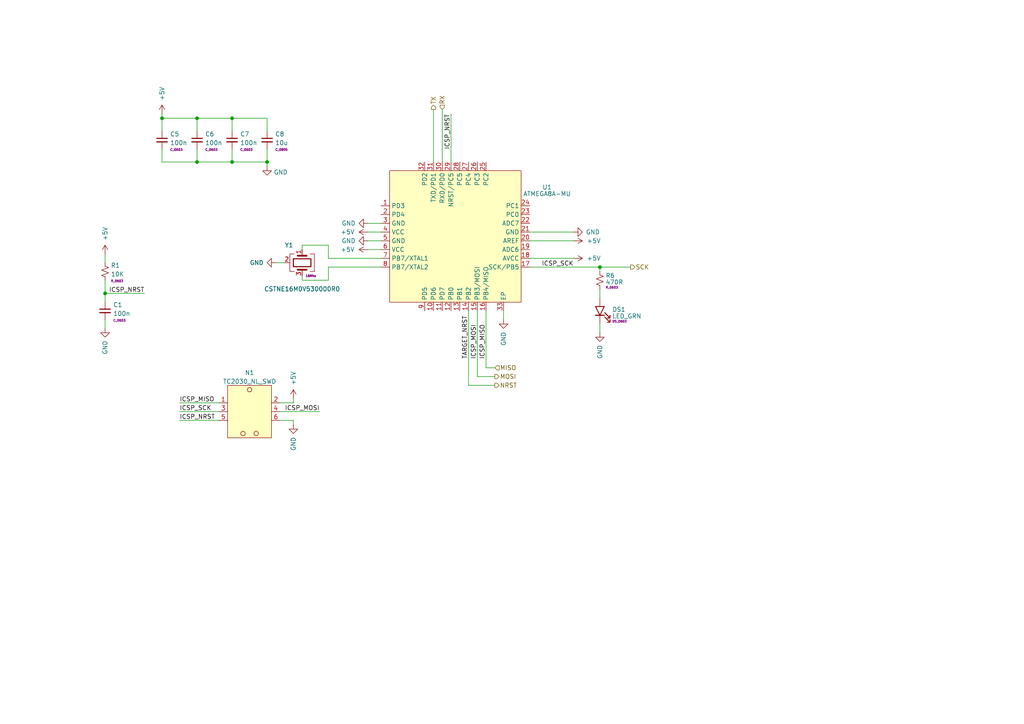
<source format=kicad_sch>
(kicad_sch (version 20230121) (generator eeschema)

  (uuid 282f4b39-25a9-46e6-8eed-ac4dc16e9902)

  (paper "A4")

  (lib_symbols
    (symbol "C_Capacitor:C_0603" (pin_numbers hide) (pin_names (offset 1.016)) (in_bom yes) (on_board yes)
      (property "Reference" "C" (at 3.175 1.905 0)
        (effects (font (size 1.27 1.27)))
      )
      (property "Value" "C_0603" (at 5.715 0 0)
        (effects (font (size 1.27 1.27)))
      )
      (property "Footprint" "C_Capacitor:C_0603" (at -3.175 0 90)
        (effects (font (size 1.27 1.27)) hide)
      )
      (property "Datasheet" "" (at 2.54 2.54 0)
        (effects (font (size 1.27 1.27)) hide)
      )
      (property "Size" "C_0603" (at 4.445 -1.905 0)
        (effects (font (size 0.635 0.635)))
      )
      (symbol "C_0603_1_1"
        (polyline
          (pts
            (xy -1.524 -0.508)
            (xy 1.524 -0.508)
          )
          (stroke (width 0.3302) (type default))
          (fill (type none))
        )
        (polyline
          (pts
            (xy -1.524 0.508)
            (xy 1.524 0.508)
          )
          (stroke (width 0.3048) (type default))
          (fill (type none))
        )
        (pin passive line (at 0 2.54 270) (length 2.032)
          (name "~" (effects (font (size 1.27 1.27))))
          (number "1" (effects (font (size 1.27 1.27))))
        )
        (pin passive line (at 0 -2.54 90) (length 2.032)
          (name "~" (effects (font (size 1.27 1.27))))
          (number "2" (effects (font (size 1.27 1.27))))
        )
      )
    )
    (symbol "C_Capacitor:C_0805" (pin_numbers hide) (pin_names (offset 1.016)) (in_bom yes) (on_board yes)
      (property "Reference" "C" (at 3.175 1.905 0)
        (effects (font (size 1.27 1.27)))
      )
      (property "Value" "C_0805" (at 5.715 0 0)
        (effects (font (size 1.27 1.27)))
      )
      (property "Footprint" "C_Capacitor:C_0805" (at -3.175 0 90)
        (effects (font (size 1.27 1.27)) hide)
      )
      (property "Datasheet" "" (at 2.54 2.54 0)
        (effects (font (size 1.27 1.27)) hide)
      )
      (property "Size" "C_0805" (at 4.445 -1.905 0)
        (effects (font (size 0.635 0.635)))
      )
      (symbol "C_0805_1_1"
        (polyline
          (pts
            (xy -1.524 -0.508)
            (xy 1.524 -0.508)
          )
          (stroke (width 0.3302) (type default))
          (fill (type none))
        )
        (polyline
          (pts
            (xy -1.524 0.508)
            (xy 1.524 0.508)
          )
          (stroke (width 0.3048) (type default))
          (fill (type none))
        )
        (pin passive line (at 0 2.54 270) (length 2.032)
          (name "~" (effects (font (size 1.27 1.27))))
          (number "1" (effects (font (size 1.27 1.27))))
        )
        (pin passive line (at 0 -2.54 90) (length 2.032)
          (name "~" (effects (font (size 1.27 1.27))))
          (number "2" (effects (font (size 1.27 1.27))))
        )
      )
    )
    (symbol "DS_LED:DS_0603" (pin_numbers hide) (pin_names (offset 1.016) hide) (in_bom yes) (on_board yes)
      (property "Reference" "DS" (at 0 2.54 0)
        (effects (font (size 1.27 1.27)))
      )
      (property "Value" "DS_0603" (at 0 -5.08 0)
        (effects (font (size 1.27 1.27)))
      )
      (property "Footprint" "DS_LED:DS_0603" (at 0 -7.62 0)
        (effects (font (size 1.27 1.27)) hide)
      )
      (property "Datasheet" "" (at 0 -6.35 0)
        (effects (font (size 1.27 1.27)) hide)
      )
      (property "Size" "DS_0603" (at 0 -3.81 0)
        (effects (font (size 0.635 0.635)))
      )
      (symbol "DS_0603_1_1"
        (polyline
          (pts
            (xy -1.27 -1.27)
            (xy -1.27 1.27)
          )
          (stroke (width 0.254) (type default))
          (fill (type none))
        )
        (polyline
          (pts
            (xy -1.27 -1.27)
            (xy -1.27 1.27)
          )
          (stroke (width 0.254) (type default))
          (fill (type none))
        )
        (polyline
          (pts
            (xy 1.27 -1.27)
            (xy 1.27 1.27)
            (xy -1.27 0)
            (xy 1.27 -1.27)
          )
          (stroke (width 0.254) (type default))
          (fill (type none))
        )
        (polyline
          (pts
            (xy -1.778 -1.397)
            (xy -3.302 -2.921)
            (xy -2.54 -2.921)
            (xy -3.302 -2.921)
            (xy -3.302 -2.159)
          )
          (stroke (width 0) (type default))
          (fill (type none))
        )
        (polyline
          (pts
            (xy -1.778 -1.397)
            (xy -3.302 -2.921)
            (xy -2.54 -2.921)
            (xy -3.302 -2.921)
            (xy -3.302 -2.159)
          )
          (stroke (width 0) (type default))
          (fill (type none))
        )
        (polyline
          (pts
            (xy -1.778 -1.397)
            (xy -3.302 -2.921)
            (xy -2.54 -2.921)
            (xy -3.302 -2.921)
            (xy -3.302 -2.159)
          )
          (stroke (width 0) (type default))
          (fill (type none))
        )
        (polyline
          (pts
            (xy -1.778 -1.397)
            (xy -3.302 -2.921)
            (xy -2.54 -2.921)
            (xy -3.302 -2.921)
            (xy -3.302 -2.159)
          )
          (stroke (width 0) (type default))
          (fill (type none))
        )
        (polyline
          (pts
            (xy -1.778 -1.397)
            (xy -3.302 -2.921)
            (xy -2.54 -2.921)
            (xy -3.302 -2.921)
            (xy -3.302 -2.159)
          )
          (stroke (width 0) (type default))
          (fill (type none))
        )
        (polyline
          (pts
            (xy -1.778 -1.397)
            (xy -3.302 -2.921)
            (xy -2.54 -2.921)
            (xy -3.302 -2.921)
            (xy -3.302 -2.159)
          )
          (stroke (width 0) (type default))
          (fill (type none))
        )
        (polyline
          (pts
            (xy -1.778 -1.397)
            (xy -3.302 -2.921)
            (xy -2.54 -2.921)
            (xy -3.302 -2.921)
            (xy -3.302 -2.159)
          )
          (stroke (width 0) (type default))
          (fill (type none))
        )
        (polyline
          (pts
            (xy -1.778 -1.397)
            (xy -3.302 -2.921)
            (xy -2.54 -2.921)
            (xy -3.302 -2.921)
            (xy -3.302 -2.159)
          )
          (stroke (width 0) (type default))
          (fill (type none))
        )
        (polyline
          (pts
            (xy -0.508 -1.397)
            (xy -2.032 -2.921)
            (xy -1.27 -2.921)
            (xy -2.032 -2.921)
            (xy -2.032 -2.159)
          )
          (stroke (width 0) (type default))
          (fill (type none))
        )
        (polyline
          (pts
            (xy -0.508 -1.397)
            (xy -2.032 -2.921)
            (xy -1.27 -2.921)
            (xy -2.032 -2.921)
            (xy -2.032 -2.159)
          )
          (stroke (width 0) (type default))
          (fill (type none))
        )
        (polyline
          (pts
            (xy -0.508 -1.397)
            (xy -2.032 -2.921)
            (xy -1.27 -2.921)
            (xy -2.032 -2.921)
            (xy -2.032 -2.159)
          )
          (stroke (width 0) (type default))
          (fill (type none))
        )
        (polyline
          (pts
            (xy -0.508 -1.397)
            (xy -2.032 -2.921)
            (xy -1.27 -2.921)
            (xy -2.032 -2.921)
            (xy -2.032 -2.159)
          )
          (stroke (width 0) (type default))
          (fill (type none))
        )
        (polyline
          (pts
            (xy -0.508 -1.397)
            (xy -2.032 -2.921)
            (xy -1.27 -2.921)
            (xy -2.032 -2.921)
            (xy -2.032 -2.159)
          )
          (stroke (width 0) (type default))
          (fill (type none))
        )
        (polyline
          (pts
            (xy -0.508 -1.397)
            (xy -2.032 -2.921)
            (xy -1.27 -2.921)
            (xy -2.032 -2.921)
            (xy -2.032 -2.159)
          )
          (stroke (width 0) (type default))
          (fill (type none))
        )
        (polyline
          (pts
            (xy -0.508 -1.397)
            (xy -2.032 -2.921)
            (xy -1.27 -2.921)
            (xy -2.032 -2.921)
            (xy -2.032 -2.159)
          )
          (stroke (width 0) (type default))
          (fill (type none))
        )
        (polyline
          (pts
            (xy -0.508 -1.397)
            (xy -2.032 -2.921)
            (xy -1.27 -2.921)
            (xy -2.032 -2.921)
            (xy -2.032 -2.159)
          )
          (stroke (width 0) (type default))
          (fill (type none))
        )
        (pin passive line (at -3.81 0 0) (length 2.54)
          (name "K" (effects (font (size 1.27 1.27))))
          (number "1" (effects (font (size 1.27 1.27))))
        )
        (pin passive line (at 3.81 0 180) (length 2.54)
          (name "A" (effects (font (size 1.27 1.27))))
          (number "2" (effects (font (size 1.27 1.27))))
        )
      )
    )
    (symbol "N_NonPart:TC2030_NL_SWD" (pin_names hide) (in_bom no) (on_board yes)
      (property "Reference" "N?" (at 0 11.269 0)
        (effects (font (size 1.27 1.27)))
      )
      (property "Value" "TC2030_NL_SWD" (at 0 8.7321 0)
        (effects (font (size 1.27 1.27)))
      )
      (property "Footprint" "N_NonPart:TagConnect_2030_NL" (at 0 -11.43 0)
        (effects (font (size 1.27 1.27)) hide)
      )
      (property "Datasheet" "" (at -5.715 0 0)
        (effects (font (size 1.27 1.27)) hide)
      )
      (property "ki_keywords" "Tag-Connect TC2050 SWD UART" (at 0 0 0)
        (effects (font (size 1.27 1.27)) hide)
      )
      (property "ki_description" "Tag-Connect TC2050 SWD + UART" (at 0 0 0)
        (effects (font (size 1.27 1.27)) hide)
      )
      (symbol "TC2030_NL_SWD_0_1"
        (rectangle (start -6.35 7.62) (end 6.35 -7.62)
          (stroke (width 0.1524) (type default))
          (fill (type background))
        )
        (circle (center -1.905 -6.35) (radius 0.635)
          (stroke (width 0.1524) (type default))
          (fill (type none))
        )
        (circle (center 0 6.35) (radius 0.635)
          (stroke (width 0.1524) (type default))
          (fill (type none))
        )
        (circle (center 1.905 -6.35) (radius 0.635)
          (stroke (width 0.1524) (type default))
          (fill (type none))
        )
      )
      (symbol "TC2030_NL_SWD_1_1"
        (pin power_in line (at -8.89 2.54 0) (length 2.54)
          (name "1" (effects (font (size 1.27 1.27))))
          (number "1" (effects (font (size 1.27 1.27))))
        )
        (pin bidirectional line (at 8.89 2.54 180) (length 2.54)
          (name "2" (effects (font (size 1.27 1.27))))
          (number "2" (effects (font (size 1.27 1.27))))
        )
        (pin output line (at -8.89 0 0) (length 2.54)
          (name "3" (effects (font (size 1.27 1.27))))
          (number "3" (effects (font (size 1.27 1.27))))
        )
        (pin bidirectional line (at 8.89 0 180) (length 2.54)
          (name "4" (effects (font (size 1.27 1.27))))
          (number "4" (effects (font (size 1.27 1.27))))
        )
        (pin power_in line (at -8.89 -2.54 0) (length 2.54)
          (name "5" (effects (font (size 1.27 1.27))))
          (number "5" (effects (font (size 1.27 1.27))))
        )
        (pin free line (at 8.89 -2.54 180) (length 2.54)
          (name "6" (effects (font (size 1.27 1.27))))
          (number "6" (effects (font (size 1.27 1.27))))
        )
      )
    )
    (symbol "R_Resistor:R_0603" (pin_numbers hide) (pin_names (offset 1.016)) (in_bom yes) (on_board yes)
      (property "Reference" "R" (at 2.54 1.905 0)
        (effects (font (size 1.27 1.27)))
      )
      (property "Value" "R_0603" (at 5.08 0 0)
        (effects (font (size 1.27 1.27)))
      )
      (property "Footprint" "R_Resistor:R_0603" (at -2.54 0 90)
        (effects (font (size 1.27 1.27)) hide)
      )
      (property "Datasheet" "" (at -2.54 -3.81 0)
        (effects (font (size 1.27 1.27)) hide)
      )
      (property "Size" "R_0603" (at 3.81 -1.905 0)
        (effects (font (size 0.635 0.635)))
      )
      (symbol "R_0603_1_1"
        (polyline
          (pts
            (xy 0 0)
            (xy 1.016 -0.381)
            (xy 0 -0.762)
            (xy -1.016 -1.143)
            (xy 0 -1.524)
          )
          (stroke (width 0) (type default))
          (fill (type none))
        )
        (polyline
          (pts
            (xy 0 1.524)
            (xy 1.016 1.143)
            (xy 0 0.762)
            (xy -1.016 0.381)
            (xy 0 0)
          )
          (stroke (width 0) (type default))
          (fill (type none))
        )
        (pin passive line (at 0 2.54 270) (length 1.016)
          (name "~" (effects (font (size 1.27 1.27))))
          (number "1" (effects (font (size 1.27 1.27))))
        )
        (pin passive line (at 0 -2.54 90) (length 1.016)
          (name "~" (effects (font (size 1.27 1.27))))
          (number "2" (effects (font (size 1.27 1.27))))
        )
      )
    )
    (symbol "U_MCU:ATMEGA8A-MU" (in_bom yes) (on_board yes)
      (property "Reference" "U" (at 1.27 39.37 0)
        (effects (font (size 1.27 1.27)))
      )
      (property "Value" "ATMEGA8A-MU" (at 19.05 17.78 0)
        (effects (font (size 1.27 1.27)))
      )
      (property "Footprint" "U_IC:QFN32_05_5x5_EP" (at 19.05 -15.24 0)
        (effects (font (size 1.27 1.27)) hide)
      )
      (property "Datasheet" "https://ww1.microchip.com/downloads/en/DeviceDoc/ATmega8A-Data-Sheet-DS40001974B.pdf" (at 19.05 -17.78 0)
        (effects (font (size 1.27 1.27)) hide)
      )
      (property "ki_keywords" "IC MCU 8BIT 8KB FLASH 32TQFP" (at 0 0 0)
        (effects (font (size 1.27 1.27)) hide)
      )
      (property "ki_description" "IC MCU 8BIT 8KB FLASH 32TQFP" (at 0 0 0)
        (effects (font (size 1.27 1.27)) hide)
      )
      (symbol "ATMEGA8A-MU_0_1"
        (rectangle (start 0 38.1) (end 38.1 0)
          (stroke (width 0) (type default))
          (fill (type background))
        )
      )
      (symbol "ATMEGA8A-MU_1_1"
        (pin bidirectional line (at -2.54 27.94 0) (length 2.54)
          (name "PD3" (effects (font (size 1.27 1.27))))
          (number "1" (effects (font (size 1.27 1.27))))
        )
        (pin bidirectional line (at 12.7 -2.54 90) (length 2.54)
          (name "PD6" (effects (font (size 1.27 1.27))))
          (number "10" (effects (font (size 1.27 1.27))))
        )
        (pin bidirectional line (at 15.24 -2.54 90) (length 2.54)
          (name "PD7" (effects (font (size 1.27 1.27))))
          (number "11" (effects (font (size 1.27 1.27))))
        )
        (pin bidirectional line (at 17.78 -2.54 90) (length 2.54)
          (name "PB0" (effects (font (size 1.27 1.27))))
          (number "12" (effects (font (size 1.27 1.27))))
        )
        (pin bidirectional line (at 20.32 -2.54 90) (length 2.54)
          (name "PB1" (effects (font (size 1.27 1.27))))
          (number "13" (effects (font (size 1.27 1.27))))
        )
        (pin bidirectional line (at 22.86 -2.54 90) (length 2.54)
          (name "PB2" (effects (font (size 1.27 1.27))))
          (number "14" (effects (font (size 1.27 1.27))))
        )
        (pin bidirectional line (at 25.4 -2.54 90) (length 2.54)
          (name "PB3/MOSI" (effects (font (size 1.27 1.27))))
          (number "15" (effects (font (size 1.27 1.27))))
        )
        (pin bidirectional line (at 27.94 -2.54 90) (length 2.54)
          (name "PB4/MISO" (effects (font (size 1.27 1.27))))
          (number "16" (effects (font (size 1.27 1.27))))
        )
        (pin power_in line (at 40.64 10.16 180) (length 2.54)
          (name "SCK/PB5" (effects (font (size 1.27 1.27))))
          (number "17" (effects (font (size 1.27 1.27))))
        )
        (pin power_in line (at 40.64 12.7 180) (length 2.54)
          (name "AVCC" (effects (font (size 1.27 1.27))))
          (number "18" (effects (font (size 1.27 1.27))))
        )
        (pin input line (at 40.64 15.24 180) (length 2.54)
          (name "ADC6" (effects (font (size 1.27 1.27))))
          (number "19" (effects (font (size 1.27 1.27))))
        )
        (pin bidirectional line (at -2.54 25.4 0) (length 2.54)
          (name "PD4" (effects (font (size 1.27 1.27))))
          (number "2" (effects (font (size 1.27 1.27))))
        )
        (pin input line (at 40.64 17.78 180) (length 2.54)
          (name "AREF" (effects (font (size 1.27 1.27))))
          (number "20" (effects (font (size 1.27 1.27))))
        )
        (pin power_in line (at 40.64 20.32 180) (length 2.54)
          (name "GND" (effects (font (size 1.27 1.27))))
          (number "21" (effects (font (size 1.27 1.27))))
        )
        (pin input line (at 40.64 22.86 180) (length 2.54)
          (name "ADC7" (effects (font (size 1.27 1.27))))
          (number "22" (effects (font (size 1.27 1.27))))
        )
        (pin bidirectional line (at 40.64 25.4 180) (length 2.54)
          (name "PC0" (effects (font (size 1.27 1.27))))
          (number "23" (effects (font (size 1.27 1.27))))
        )
        (pin bidirectional line (at 40.64 27.94 180) (length 2.54)
          (name "PC1" (effects (font (size 1.27 1.27))))
          (number "24" (effects (font (size 1.27 1.27))))
        )
        (pin bidirectional line (at 27.94 40.64 270) (length 2.54)
          (name "PC2" (effects (font (size 1.27 1.27))))
          (number "25" (effects (font (size 1.27 1.27))))
        )
        (pin bidirectional line (at 25.4 40.64 270) (length 2.54)
          (name "PC3" (effects (font (size 1.27 1.27))))
          (number "26" (effects (font (size 1.27 1.27))))
        )
        (pin bidirectional line (at 22.86 40.64 270) (length 2.54)
          (name "PC4" (effects (font (size 1.27 1.27))))
          (number "27" (effects (font (size 1.27 1.27))))
        )
        (pin bidirectional line (at 20.32 40.64 270) (length 2.54)
          (name "PC5" (effects (font (size 1.27 1.27))))
          (number "28" (effects (font (size 1.27 1.27))))
        )
        (pin bidirectional line (at 17.78 40.64 270) (length 2.54)
          (name "NRST/PC5" (effects (font (size 1.27 1.27))))
          (number "29" (effects (font (size 1.27 1.27))))
        )
        (pin power_in line (at -2.54 22.86 0) (length 2.54)
          (name "GND" (effects (font (size 1.27 1.27))))
          (number "3" (effects (font (size 1.27 1.27))))
        )
        (pin bidirectional line (at 15.24 40.64 270) (length 2.54)
          (name "RXD/PD0" (effects (font (size 1.27 1.27))))
          (number "30" (effects (font (size 1.27 1.27))))
        )
        (pin bidirectional line (at 12.7 40.64 270) (length 2.54)
          (name "TXD/PD1" (effects (font (size 1.27 1.27))))
          (number "31" (effects (font (size 1.27 1.27))))
        )
        (pin bidirectional line (at 10.16 40.64 270) (length 2.54)
          (name "PD2" (effects (font (size 1.27 1.27))))
          (number "32" (effects (font (size 1.27 1.27))))
        )
        (pin power_in line (at 33.02 -2.54 90) (length 2.54)
          (name "EP" (effects (font (size 1.27 1.27))))
          (number "33" (effects (font (size 1.27 1.27))))
        )
        (pin power_in line (at -2.54 20.32 0) (length 2.54)
          (name "VCC" (effects (font (size 1.27 1.27))))
          (number "4" (effects (font (size 1.27 1.27))))
        )
        (pin power_in line (at -2.54 17.78 0) (length 2.54)
          (name "GND" (effects (font (size 1.27 1.27))))
          (number "5" (effects (font (size 1.27 1.27))))
        )
        (pin power_in line (at -2.54 15.24 0) (length 2.54)
          (name "VCC" (effects (font (size 1.27 1.27))))
          (number "6" (effects (font (size 1.27 1.27))))
        )
        (pin bidirectional line (at -2.54 12.7 0) (length 2.54)
          (name "PB7/XTAL1" (effects (font (size 1.27 1.27))))
          (number "7" (effects (font (size 1.27 1.27))))
        )
        (pin bidirectional line (at -2.54 10.16 0) (length 2.54)
          (name "PB7/XTAL2" (effects (font (size 1.27 1.27))))
          (number "8" (effects (font (size 1.27 1.27))))
        )
        (pin bidirectional line (at 10.16 -2.54 90) (length 2.54)
          (name "PD5" (effects (font (size 1.27 1.27))))
          (number "9" (effects (font (size 1.27 1.27))))
        )
      )
    )
    (symbol "Y_Oscillator:CSTNE16M0V530000R0" (pin_names hide) (in_bom yes) (on_board yes)
      (property "Reference" "Y" (at -2.54 7.62 0)
        (effects (font (size 1.27 1.27)))
      )
      (property "Value" "CSTNE16M0V530000R0" (at 0 5.08 0)
        (effects (font (size 1.27 1.27)))
      )
      (property "Footprint" "Y_Oscillator:Oscillator_SMD3_3.2x1.3" (at 0 -12.7 0)
        (effects (font (size 1.27 1.27)) hide)
      )
      (property "Datasheet" "https://www.murata.com/en/products/productdata/8801162231838/SPEC-CSTNE16M0V530000R0.pdf" (at 0 -12.7 0)
        (effects (font (size 1.27 1.27)) hide)
      )
      (property "Params" "16Mhz" (at 6.35 3.81 0)
        (effects (font (size 0.63 0.63)))
      )
      (property "ki_keywords" "CERAMIC RES 16.0000MHZ 15PF SMD" (at 0 0 0)
        (effects (font (size 1.27 1.27)) hide)
      )
      (property "ki_description" "CERAMIC RES 16.0000MHZ 15PF SMD" (at 0 0 0)
        (effects (font (size 1.27 1.27)) hide)
      )
      (symbol "CSTNE16M0V530000R0_0_1"
        (rectangle (start -1.143 2.54) (end 1.143 -2.54)
          (stroke (width 0.3048) (type default))
          (fill (type none))
        )
        (polyline
          (pts
            (xy -2.54 0)
            (xy -2.032 0)
          )
          (stroke (width 0) (type default))
          (fill (type none))
        )
        (polyline
          (pts
            (xy -2.032 -1.27)
            (xy -2.032 1.27)
          )
          (stroke (width 0.508) (type default))
          (fill (type none))
        )
        (polyline
          (pts
            (xy 0 -3.81)
            (xy 0 -3.556)
          )
          (stroke (width 0) (type default))
          (fill (type none))
        )
        (polyline
          (pts
            (xy 2.032 -1.27)
            (xy 2.032 1.27)
          )
          (stroke (width 0.508) (type default))
          (fill (type none))
        )
        (polyline
          (pts
            (xy 2.032 0)
            (xy 2.54 0)
          )
          (stroke (width 0) (type default))
          (fill (type none))
        )
        (polyline
          (pts
            (xy -2.54 -2.286)
            (xy -2.54 -3.556)
            (xy 2.54 -3.556)
            (xy 2.54 -2.286)
          )
          (stroke (width 0) (type default))
          (fill (type none))
        )
        (polyline
          (pts
            (xy -2.54 2.286)
            (xy -2.54 3.556)
            (xy 2.54 3.556)
            (xy 2.54 2.286)
          )
          (stroke (width 0) (type default))
          (fill (type none))
        )
      )
      (symbol "CSTNE16M0V530000R0_1_1"
        (pin passive line (at -3.81 0 0) (length 1.27)
          (name "1" (effects (font (size 1.27 1.27))))
          (number "1" (effects (font (size 1.27 1.27))))
        )
        (pin power_in line (at 0 -5.08 90) (length 1.27)
          (name "2" (effects (font (size 1.27 1.27))))
          (number "2" (effects (font (size 1.27 1.27))))
        )
        (pin passive line (at 3.81 0 180) (length 1.27)
          (name "3" (effects (font (size 1.27 1.27))))
          (number "3" (effects (font (size 1.27 1.27))))
        )
      )
    )
    (symbol "power:+5V" (power) (pin_names (offset 0)) (in_bom yes) (on_board yes)
      (property "Reference" "#PWR" (at 0 -3.81 0)
        (effects (font (size 1.27 1.27)) hide)
      )
      (property "Value" "+5V" (at 0 3.556 0)
        (effects (font (size 1.27 1.27)))
      )
      (property "Footprint" "" (at 0 0 0)
        (effects (font (size 1.27 1.27)) hide)
      )
      (property "Datasheet" "" (at 0 0 0)
        (effects (font (size 1.27 1.27)) hide)
      )
      (property "ki_keywords" "power-flag" (at 0 0 0)
        (effects (font (size 1.27 1.27)) hide)
      )
      (property "ki_description" "Power symbol creates a global label with name \"+5V\"" (at 0 0 0)
        (effects (font (size 1.27 1.27)) hide)
      )
      (symbol "+5V_0_1"
        (polyline
          (pts
            (xy -0.762 1.27)
            (xy 0 2.54)
          )
          (stroke (width 0) (type default))
          (fill (type none))
        )
        (polyline
          (pts
            (xy 0 0)
            (xy 0 2.54)
          )
          (stroke (width 0) (type default))
          (fill (type none))
        )
        (polyline
          (pts
            (xy 0 2.54)
            (xy 0.762 1.27)
          )
          (stroke (width 0) (type default))
          (fill (type none))
        )
      )
      (symbol "+5V_1_1"
        (pin power_in line (at 0 0 90) (length 0) hide
          (name "+5V" (effects (font (size 1.27 1.27))))
          (number "1" (effects (font (size 1.27 1.27))))
        )
      )
    )
    (symbol "power:GND" (power) (pin_names (offset 0)) (in_bom yes) (on_board yes)
      (property "Reference" "#PWR" (at 0 -6.35 0)
        (effects (font (size 1.27 1.27)) hide)
      )
      (property "Value" "GND" (at 0 -3.81 0)
        (effects (font (size 1.27 1.27)))
      )
      (property "Footprint" "" (at 0 0 0)
        (effects (font (size 1.27 1.27)) hide)
      )
      (property "Datasheet" "" (at 0 0 0)
        (effects (font (size 1.27 1.27)) hide)
      )
      (property "ki_keywords" "power-flag" (at 0 0 0)
        (effects (font (size 1.27 1.27)) hide)
      )
      (property "ki_description" "Power symbol creates a global label with name \"GND\" , ground" (at 0 0 0)
        (effects (font (size 1.27 1.27)) hide)
      )
      (symbol "GND_0_1"
        (polyline
          (pts
            (xy 0 0)
            (xy 0 -1.27)
            (xy 1.27 -1.27)
            (xy 0 -2.54)
            (xy -1.27 -1.27)
            (xy 0 -1.27)
          )
          (stroke (width 0) (type default))
          (fill (type none))
        )
      )
      (symbol "GND_1_1"
        (pin power_in line (at 0 0 270) (length 0) hide
          (name "GND" (effects (font (size 1.27 1.27))))
          (number "1" (effects (font (size 1.27 1.27))))
        )
      )
    )
  )

  (junction (at 173.99 77.47) (diameter 0) (color 0 0 0 0)
    (uuid 02d89154-a2d3-4499-abde-4b3432a01c52)
  )
  (junction (at 46.99 34.29) (diameter 0) (color 0 0 0 0)
    (uuid 1e6b91f7-3ef1-4e18-9ff4-8fe331531771)
  )
  (junction (at 30.48 85.09) (diameter 0) (color 0 0 0 0)
    (uuid 4c35970c-94f7-4733-abde-61c259e2ffa1)
  )
  (junction (at 67.31 34.29) (diameter 0) (color 0 0 0 0)
    (uuid 8244cf90-63fb-46a5-b5df-9562944d7d95)
  )
  (junction (at 77.47 46.99) (diameter 0) (color 0 0 0 0)
    (uuid f1f8e27a-7aa2-4fd2-8712-9b1269413278)
  )
  (junction (at 57.15 46.99) (diameter 0) (color 0 0 0 0)
    (uuid f7af04a7-c42f-4b46-845e-56eb00b045ba)
  )
  (junction (at 57.15 34.29) (diameter 0) (color 0 0 0 0)
    (uuid f8c1ee6d-a01b-4128-ac0b-78415691992f)
  )
  (junction (at 67.31 46.99) (diameter 0) (color 0 0 0 0)
    (uuid f8db677f-a012-4c84-84b2-4fa3c752b5d6)
  )

  (wire (pts (xy 140.97 90.17) (xy 140.97 106.68))
    (stroke (width 0) (type default))
    (uuid 02e827c6-fbae-4b6e-bf53-a2cc13da7d03)
  )
  (wire (pts (xy 95.25 77.47) (xy 110.49 77.47))
    (stroke (width 0) (type default))
    (uuid 0bd25081-ac6f-4317-ad77-7f9dc5699e42)
  )
  (wire (pts (xy 87.63 71.12) (xy 87.63 72.39))
    (stroke (width 0) (type default))
    (uuid 0cf9fc75-736d-48c8-9e36-aeb06d6029c0)
  )
  (wire (pts (xy 173.99 77.47) (xy 182.88 77.47))
    (stroke (width 0) (type default))
    (uuid 10e1c268-3883-40e5-8465-0259e5dd91fe)
  )
  (wire (pts (xy 125.73 31.75) (xy 125.73 46.99))
    (stroke (width 0) (type default))
    (uuid 135b0e9b-1bb9-443e-99e7-a693bb4cbecf)
  )
  (wire (pts (xy 106.68 67.31) (xy 110.49 67.31))
    (stroke (width 0) (type default))
    (uuid 1f848bd0-8b43-4aa1-bde4-e73c5e687672)
  )
  (wire (pts (xy 52.07 121.92) (xy 63.5 121.92))
    (stroke (width 0) (type default))
    (uuid 20bb5b61-a130-4e8b-a69d-327bd8b0d793)
  )
  (wire (pts (xy 143.51 106.68) (xy 140.97 106.68))
    (stroke (width 0) (type default))
    (uuid 21baca73-4803-407c-86d2-5f32d15a02b9)
  )
  (wire (pts (xy 30.48 92.71) (xy 30.48 95.25))
    (stroke (width 0) (type default))
    (uuid 23c8fbd6-e11f-49b3-8bb6-c7e3959d5df0)
  )
  (wire (pts (xy 153.67 69.85) (xy 166.37 69.85))
    (stroke (width 0) (type default))
    (uuid 26deafd0-e809-4e31-8403-188d160df44d)
  )
  (wire (pts (xy 173.99 83.82) (xy 173.99 86.36))
    (stroke (width 0) (type default))
    (uuid 2739342c-04b1-4030-9555-ca76fe85aecf)
  )
  (wire (pts (xy 135.89 90.17) (xy 135.89 111.76))
    (stroke (width 0) (type default))
    (uuid 2b88beaf-3cae-482f-a6d7-7fc75c692d89)
  )
  (wire (pts (xy 57.15 43.18) (xy 57.15 46.99))
    (stroke (width 0) (type default))
    (uuid 30d8a0b0-7c0d-42bc-ba77-1e599a21d230)
  )
  (wire (pts (xy 67.31 34.29) (xy 77.47 34.29))
    (stroke (width 0) (type default))
    (uuid 3c2484a6-810d-400c-acf2-ca87f85794c6)
  )
  (wire (pts (xy 130.81 33.02) (xy 130.81 46.99))
    (stroke (width 0) (type default))
    (uuid 42e9283f-9721-494d-a1a5-0ef24f709dfa)
  )
  (wire (pts (xy 57.15 34.29) (xy 46.99 34.29))
    (stroke (width 0) (type default))
    (uuid 4597835c-0ab1-46d6-88aa-dd909fb6b957)
  )
  (wire (pts (xy 173.99 93.98) (xy 173.99 96.52))
    (stroke (width 0) (type default))
    (uuid 463144cf-9ddc-40ce-b761-e3c16a5103b7)
  )
  (wire (pts (xy 106.68 69.85) (xy 110.49 69.85))
    (stroke (width 0) (type default))
    (uuid 4eefb7dd-8faa-4c5f-94a6-0422fcffa9d1)
  )
  (wire (pts (xy 153.67 77.47) (xy 173.99 77.47))
    (stroke (width 0) (type default))
    (uuid 51a4dc5d-cda3-4009-b664-fc64a5e6ed9f)
  )
  (wire (pts (xy 46.99 34.29) (xy 46.99 38.1))
    (stroke (width 0) (type default))
    (uuid 5303833e-0ac3-4742-8f8b-07921c452e47)
  )
  (wire (pts (xy 67.31 46.99) (xy 57.15 46.99))
    (stroke (width 0) (type default))
    (uuid 5358ad40-8a21-4fda-82df-7d0f362d36d1)
  )
  (wire (pts (xy 52.07 119.38) (xy 63.5 119.38))
    (stroke (width 0) (type default))
    (uuid 54643c9a-bd05-49cc-b01b-653315a809b1)
  )
  (wire (pts (xy 106.68 72.39) (xy 110.49 72.39))
    (stroke (width 0) (type default))
    (uuid 5738cec5-b539-41da-8c38-49dd1fb08f63)
  )
  (wire (pts (xy 85.09 121.92) (xy 85.09 123.19))
    (stroke (width 0) (type default))
    (uuid 5fb56422-3bb3-44e3-99b5-ad5e92656485)
  )
  (wire (pts (xy 128.27 31.75) (xy 128.27 46.99))
    (stroke (width 0) (type default))
    (uuid 621969d9-696a-4610-a910-ab4ddf3498d1)
  )
  (wire (pts (xy 85.09 116.84) (xy 85.09 115.57))
    (stroke (width 0) (type default))
    (uuid 68fa8c2f-d601-4201-877a-9cccb10aa56d)
  )
  (wire (pts (xy 87.63 81.28) (xy 95.25 81.28))
    (stroke (width 0) (type default))
    (uuid 71219e36-7a00-4021-a5b4-762842410361)
  )
  (wire (pts (xy 146.05 90.17) (xy 146.05 92.71))
    (stroke (width 0) (type default))
    (uuid 8863504c-15ab-4d61-8184-4dddf6641346)
  )
  (wire (pts (xy 77.47 46.99) (xy 67.31 46.99))
    (stroke (width 0) (type default))
    (uuid 8a0f058f-7b9b-4c15-8011-fafb4fd3e595)
  )
  (wire (pts (xy 95.25 81.28) (xy 95.25 77.47))
    (stroke (width 0) (type default))
    (uuid 8adc9c7a-5743-47de-b6ac-375b2a08cb20)
  )
  (wire (pts (xy 81.28 116.84) (xy 85.09 116.84))
    (stroke (width 0) (type default))
    (uuid 8b0c2f19-5f42-4325-b606-39675fcf4439)
  )
  (wire (pts (xy 57.15 34.29) (xy 57.15 38.1))
    (stroke (width 0) (type default))
    (uuid 990d6a95-cf23-40cd-8025-6e725af44cb3)
  )
  (wire (pts (xy 30.48 85.09) (xy 30.48 87.63))
    (stroke (width 0) (type default))
    (uuid a047e27a-ede1-451a-b26f-caffdff0b342)
  )
  (wire (pts (xy 77.47 38.1) (xy 77.47 34.29))
    (stroke (width 0) (type default))
    (uuid a26414e1-6ffd-44a1-be59-79bbccf52ca8)
  )
  (wire (pts (xy 30.48 81.28) (xy 30.48 85.09))
    (stroke (width 0) (type default))
    (uuid a27098ae-1631-4ad1-b101-b5399337fe92)
  )
  (wire (pts (xy 106.68 64.77) (xy 110.49 64.77))
    (stroke (width 0) (type default))
    (uuid a5a8583a-54a2-4798-ad1e-3716ed2081ba)
  )
  (wire (pts (xy 81.28 119.38) (xy 92.71 119.38))
    (stroke (width 0) (type default))
    (uuid b0b1ca4b-ce4c-43cd-9acf-90df4a64b393)
  )
  (wire (pts (xy 81.28 121.92) (xy 85.09 121.92))
    (stroke (width 0) (type default))
    (uuid b13f13a1-8d0a-4206-b882-db6c6b5f58a4)
  )
  (wire (pts (xy 30.48 85.09) (xy 41.91 85.09))
    (stroke (width 0) (type default))
    (uuid b3fd79ee-bf4a-4c12-bc28-5a20538b7460)
  )
  (wire (pts (xy 95.25 74.93) (xy 110.49 74.93))
    (stroke (width 0) (type default))
    (uuid b6368ab5-c26d-467f-8c53-9e839778bb7e)
  )
  (wire (pts (xy 153.67 67.31) (xy 166.37 67.31))
    (stroke (width 0) (type default))
    (uuid bafcf2a1-9cd0-467d-ac2e-3530d2801ccd)
  )
  (wire (pts (xy 138.43 90.17) (xy 138.43 109.22))
    (stroke (width 0) (type default))
    (uuid bdc51e85-711d-4ef3-8a63-67d68e43226c)
  )
  (wire (pts (xy 87.63 80.01) (xy 87.63 81.28))
    (stroke (width 0) (type default))
    (uuid c30d8af1-7830-45ee-b82c-911b332462bb)
  )
  (wire (pts (xy 46.99 46.99) (xy 46.99 43.18))
    (stroke (width 0) (type default))
    (uuid c48aa801-a791-402c-8216-4e1a32a7c33b)
  )
  (wire (pts (xy 77.47 46.99) (xy 77.47 48.26))
    (stroke (width 0) (type default))
    (uuid c4fcf92d-07a2-44bd-9765-ad618d5e3e7e)
  )
  (wire (pts (xy 80.01 76.2) (xy 82.55 76.2))
    (stroke (width 0) (type default))
    (uuid c8c53781-937b-4f94-b4a0-7a30f4f7b10e)
  )
  (wire (pts (xy 95.25 74.93) (xy 95.25 71.12))
    (stroke (width 0) (type default))
    (uuid c9d7000a-8127-4f5f-90a3-a83688aa4b9b)
  )
  (wire (pts (xy 67.31 34.29) (xy 57.15 34.29))
    (stroke (width 0) (type default))
    (uuid cb03b1bc-a40d-4f2e-b158-6b7ce7333c44)
  )
  (wire (pts (xy 57.15 46.99) (xy 46.99 46.99))
    (stroke (width 0) (type default))
    (uuid d17be68b-7333-4e67-91f5-f1d00cdf390d)
  )
  (wire (pts (xy 153.67 74.93) (xy 166.37 74.93))
    (stroke (width 0) (type default))
    (uuid d2e8dd73-7236-40ee-ba84-efdf326adfe6)
  )
  (wire (pts (xy 143.51 111.76) (xy 135.89 111.76))
    (stroke (width 0) (type default))
    (uuid da4a5c3d-6bc7-4b72-aa42-987fcdf60f65)
  )
  (wire (pts (xy 30.48 73.66) (xy 30.48 76.2))
    (stroke (width 0) (type default))
    (uuid e0486185-b227-470e-9cf9-bfacec14d3ce)
  )
  (wire (pts (xy 143.51 109.22) (xy 138.43 109.22))
    (stroke (width 0) (type default))
    (uuid ebb785be-af24-4574-b3e5-a2c682639d35)
  )
  (wire (pts (xy 46.99 33.02) (xy 46.99 34.29))
    (stroke (width 0) (type default))
    (uuid f1eefeaa-1666-4943-915f-7973d2f8af7a)
  )
  (wire (pts (xy 52.07 116.84) (xy 63.5 116.84))
    (stroke (width 0) (type default))
    (uuid f3e0258c-5481-4cbb-a725-4667f4d2c9ce)
  )
  (wire (pts (xy 95.25 71.12) (xy 87.63 71.12))
    (stroke (width 0) (type default))
    (uuid f5b2b698-8fa6-463e-859e-901cce44bf38)
  )
  (wire (pts (xy 67.31 34.29) (xy 67.31 38.1))
    (stroke (width 0) (type default))
    (uuid f5ef443f-fe41-4601-be5d-2bbacbd07b01)
  )
  (wire (pts (xy 77.47 43.18) (xy 77.47 46.99))
    (stroke (width 0) (type default))
    (uuid f5f250ae-9cc1-4c97-95e6-f6bb4143b5a1)
  )
  (wire (pts (xy 67.31 43.18) (xy 67.31 46.99))
    (stroke (width 0) (type default))
    (uuid f7a093c8-1c31-4a44-b7bb-c3a01b6551ca)
  )
  (wire (pts (xy 173.99 78.74) (xy 173.99 77.47))
    (stroke (width 0) (type default))
    (uuid ff16930a-0681-4e8d-97b9-a517769411e9)
  )

  (label "ICSP_NRST" (at 41.91 85.09 180) (fields_autoplaced)
    (effects (font (size 1.27 1.27)) (justify right bottom))
    (uuid 07c3aabb-a8a9-4a04-ab7c-66f30f456ec1)
  )
  (label "ICSP_MOSI" (at 138.43 104.14 90) (fields_autoplaced)
    (effects (font (size 1.27 1.27)) (justify left bottom))
    (uuid 0e035ea8-5ce7-422e-964b-6588ef09096d)
  )
  (label "ICSP_NRST" (at 52.07 121.92 0) (fields_autoplaced)
    (effects (font (size 1.27 1.27)) (justify left bottom))
    (uuid 0fdf1217-35c3-47ed-9443-c625dc38b93e)
  )
  (label "ICSP_SCK" (at 166.37 77.47 180) (fields_autoplaced)
    (effects (font (size 1.27 1.27)) (justify right bottom))
    (uuid 196583b3-d768-4281-b3be-146073125276)
  )
  (label "ICSP_MISO" (at 52.07 116.84 0) (fields_autoplaced)
    (effects (font (size 1.27 1.27)) (justify left bottom))
    (uuid 41e03eb5-333e-40ea-bd83-d069c876ac96)
  )
  (label "ICSP_MOSI" (at 92.71 119.38 180) (fields_autoplaced)
    (effects (font (size 1.27 1.27)) (justify right bottom))
    (uuid 5764652a-2372-430f-8c50-ed38e302bc36)
  )
  (label "ICSP_SCK" (at 52.07 119.38 0) (fields_autoplaced)
    (effects (font (size 1.27 1.27)) (justify left bottom))
    (uuid 66e219a1-2789-43c1-81e1-ed4a15a29538)
  )
  (label "ICSP_MISO" (at 140.97 104.14 90) (fields_autoplaced)
    (effects (font (size 1.27 1.27)) (justify left bottom))
    (uuid 75dd4bfd-3b8e-4fd8-8180-e2cc0be111c8)
  )
  (label "TARGET_NRST" (at 135.89 104.14 90) (fields_autoplaced)
    (effects (font (size 1.27 1.27)) (justify left bottom))
    (uuid 9d61e076-c3e5-45f6-a555-f67bc1d8b319)
  )
  (label "ICSP_NRST" (at 130.81 33.02 270) (fields_autoplaced)
    (effects (font (size 1.27 1.27)) (justify right bottom))
    (uuid bf3d96ea-1738-4cfe-8909-97e54fb4959f)
  )

  (hierarchical_label "MOSI" (shape output) (at 143.51 109.22 0) (fields_autoplaced)
    (effects (font (size 1.27 1.27)) (justify left))
    (uuid 0af0ce31-86f9-4a20-ab3d-0537e8c7bdeb)
  )
  (hierarchical_label "NRST" (shape output) (at 143.51 111.76 0) (fields_autoplaced)
    (effects (font (size 1.27 1.27)) (justify left))
    (uuid 959c214b-c23e-4a99-97fd-590778d22c6c)
  )
  (hierarchical_label "MISO" (shape input) (at 143.51 106.68 0) (fields_autoplaced)
    (effects (font (size 1.27 1.27)) (justify left))
    (uuid a09e819b-2a92-4080-a8ae-48c975450864)
  )
  (hierarchical_label "TX" (shape output) (at 125.73 31.75 90) (fields_autoplaced)
    (effects (font (size 1.27 1.27)) (justify left))
    (uuid a5ab0537-73f3-4a69-abe3-ac48398f0c62)
  )
  (hierarchical_label "RX" (shape input) (at 128.27 31.75 90) (fields_autoplaced)
    (effects (font (size 1.27 1.27)) (justify left))
    (uuid c6bb39a2-9eac-4cbb-9768-1abf1ca7d1c6)
  )
  (hierarchical_label "SCK" (shape output) (at 182.88 77.47 0) (fields_autoplaced)
    (effects (font (size 1.27 1.27)) (justify left))
    (uuid dfcef845-c3f0-4496-b029-156c719be884)
  )

  (symbol (lib_id "R_Resistor:R_0603") (at 173.99 81.28 0) (unit 1)
    (in_bom yes) (on_board yes) (dnp no) (fields_autoplaced)
    (uuid 0518858a-f3c8-4a9f-a2ff-5684948998ed)
    (property "Reference" "R6" (at 175.641 79.9341 0)
      (effects (font (size 1.27 1.27)) (justify left))
    )
    (property "Value" "470R" (at 175.641 81.8551 0)
      (effects (font (size 1.27 1.27)) (justify left))
    )
    (property "Footprint" "R_Resistor:R_0603" (at 171.45 81.28 90)
      (effects (font (size 1.27 1.27)) hide)
    )
    (property "Datasheet" "" (at 171.45 85.09 0)
      (effects (font (size 1.27 1.27)) hide)
    )
    (property "Size" "R_0603" (at 175.641 83.3594 0)
      (effects (font (size 0.635 0.635)) (justify left))
    )
    (pin "1" (uuid d8bec094-2794-4d64-96ea-1d073400bb09))
    (pin "2" (uuid 0196f55b-1040-4c29-8680-21bcf1c721d8))
    (instances
      (project "ICSP-Programmer-HW"
        (path "/5952f252-dd2a-4213-9849-5d3ec960c0f2/c520841e-c77f-4c7f-8e64-5a062111fbe9"
          (reference "R6") (unit 1)
        )
      )
    )
  )

  (symbol (lib_id "R_Resistor:R_0603") (at 30.48 78.74 0) (unit 1)
    (in_bom yes) (on_board yes) (dnp no) (fields_autoplaced)
    (uuid 082dbedf-552d-4e36-bd3f-b27f229efa9a)
    (property "Reference" "R1" (at 32.131 76.9907 0)
      (effects (font (size 1.27 1.27)) (justify left))
    )
    (property "Value" "10K" (at 32.131 79.5276 0)
      (effects (font (size 1.27 1.27)) (justify left))
    )
    (property "Footprint" "R_Resistor:R_0603" (at 27.94 78.74 90)
      (effects (font (size 1.27 1.27)) hide)
    )
    (property "Datasheet" "" (at 27.94 82.55 0)
      (effects (font (size 1.27 1.27)) hide)
    )
    (property "Size" "R_0603" (at 32.131 81.4939 0)
      (effects (font (size 0.635 0.635)) (justify left))
    )
    (pin "1" (uuid ad9cbcea-a69a-4cb5-b026-66844d47d43c))
    (pin "2" (uuid 53f5c4d4-84a8-4676-86c6-95ef7cbca168))
    (instances
      (project "ICSP-Programmer-HW"
        (path "/5952f252-dd2a-4213-9849-5d3ec960c0f2"
          (reference "R1") (unit 1)
        )
        (path "/5952f252-dd2a-4213-9849-5d3ec960c0f2/c520841e-c77f-4c7f-8e64-5a062111fbe9"
          (reference "R1") (unit 1)
        )
      )
      (project "Control-HW"
        (path "/b6d3735f-4c90-4b13-8a59-d00862ca760c/0efb9293-af2b-4951-be8b-c2bbb9c050db"
          (reference "R1") (unit 1)
        )
      )
    )
  )

  (symbol (lib_id "C_Capacitor:C_0603") (at 57.15 40.64 0) (unit 1)
    (in_bom yes) (on_board yes) (dnp no) (fields_autoplaced)
    (uuid 0b2b0ec4-7762-402d-8576-2bb4d5d57f5e)
    (property "Reference" "C6" (at 59.4741 38.897 0)
      (effects (font (size 1.27 1.27)) (justify left))
    )
    (property "Value" "100n" (at 59.4741 41.4339 0)
      (effects (font (size 1.27 1.27)) (justify left))
    )
    (property "Footprint" "C_Capacitor:C_0603" (at 53.975 40.64 90)
      (effects (font (size 1.27 1.27)) hide)
    )
    (property "Datasheet" "" (at 59.69 38.1 0)
      (effects (font (size 1.27 1.27)) hide)
    )
    (property "Size" "C_0603" (at 59.4741 43.4002 0)
      (effects (font (size 0.635 0.635)) (justify left))
    )
    (pin "1" (uuid f4ed3f5b-feba-4d76-88b2-61b478948f42))
    (pin "2" (uuid 9a767135-aa35-49dd-a2ce-ee420fb0f3e2))
    (instances
      (project "ICSP-Programmer-HW"
        (path "/5952f252-dd2a-4213-9849-5d3ec960c0f2"
          (reference "C6") (unit 1)
        )
        (path "/5952f252-dd2a-4213-9849-5d3ec960c0f2/c520841e-c77f-4c7f-8e64-5a062111fbe9"
          (reference "C6") (unit 1)
        )
      )
      (project "Control-HW"
        (path "/b6d3735f-4c90-4b13-8a59-d00862ca760c/0efb9293-af2b-4951-be8b-c2bbb9c050db"
          (reference "C3") (unit 1)
        )
      )
    )
  )

  (symbol (lib_id "power:GND") (at 77.47 48.26 0) (unit 1)
    (in_bom yes) (on_board yes) (dnp no) (fields_autoplaced)
    (uuid 18690d98-ec4b-4759-a55a-7e7b4c4729d1)
    (property "Reference" "#PWR019" (at 77.47 54.61 0)
      (effects (font (size 1.27 1.27)) hide)
    )
    (property "Value" "GND" (at 79.375 49.9638 0)
      (effects (font (size 1.27 1.27)) (justify left))
    )
    (property "Footprint" "" (at 77.47 48.26 0)
      (effects (font (size 1.27 1.27)) hide)
    )
    (property "Datasheet" "" (at 77.47 48.26 0)
      (effects (font (size 1.27 1.27)) hide)
    )
    (pin "1" (uuid bd228cfc-d6a9-4aef-b687-2ee92c9fbfed))
    (instances
      (project "ICSP-Programmer-HW"
        (path "/5952f252-dd2a-4213-9849-5d3ec960c0f2"
          (reference "#PWR019") (unit 1)
        )
        (path "/5952f252-dd2a-4213-9849-5d3ec960c0f2/c520841e-c77f-4c7f-8e64-5a062111fbe9"
          (reference "#PWR04") (unit 1)
        )
      )
      (project "Control-HW"
        (path "/b6d3735f-4c90-4b13-8a59-d00862ca760c/0efb9293-af2b-4951-be8b-c2bbb9c050db"
          (reference "#PWR012") (unit 1)
        )
      )
    )
  )

  (symbol (lib_id "power:GND") (at 106.68 69.85 270) (unit 1)
    (in_bom yes) (on_board yes) (dnp no)
    (uuid 2094fac7-fcb6-4335-b61a-c80fbbf83a45)
    (property "Reference" "#PWR06" (at 100.33 69.85 0)
      (effects (font (size 1.27 1.27)) hide)
    )
    (property "Value" "GND" (at 99.06 69.85 90)
      (effects (font (size 1.27 1.27)) (justify left))
    )
    (property "Footprint" "" (at 106.68 69.85 0)
      (effects (font (size 1.27 1.27)) hide)
    )
    (property "Datasheet" "" (at 106.68 69.85 0)
      (effects (font (size 1.27 1.27)) hide)
    )
    (pin "1" (uuid 50ff0e85-b5f7-4d69-8e35-3903d24128b9))
    (instances
      (project "ICSP-Programmer-HW"
        (path "/5952f252-dd2a-4213-9849-5d3ec960c0f2"
          (reference "#PWR06") (unit 1)
        )
        (path "/5952f252-dd2a-4213-9849-5d3ec960c0f2/c520841e-c77f-4c7f-8e64-5a062111fbe9"
          (reference "#PWR018") (unit 1)
        )
      )
      (project "Control-HW"
        (path "/b6d3735f-4c90-4b13-8a59-d00862ca760c/0efb9293-af2b-4951-be8b-c2bbb9c050db"
          (reference "#PWR07") (unit 1)
        )
      )
    )
  )

  (symbol (lib_id "C_Capacitor:C_0603") (at 30.48 90.17 0) (unit 1)
    (in_bom yes) (on_board yes) (dnp no) (fields_autoplaced)
    (uuid 2760b905-a84d-40d6-a0e3-dcc8b559ca70)
    (property "Reference" "C1" (at 32.8041 88.427 0)
      (effects (font (size 1.27 1.27)) (justify left))
    )
    (property "Value" "100n" (at 32.8041 90.9639 0)
      (effects (font (size 1.27 1.27)) (justify left))
    )
    (property "Footprint" "C_Capacitor:C_0603" (at 27.305 90.17 90)
      (effects (font (size 1.27 1.27)) hide)
    )
    (property "Datasheet" "" (at 33.02 87.63 0)
      (effects (font (size 1.27 1.27)) hide)
    )
    (property "Size" "C_0603" (at 32.8041 92.9302 0)
      (effects (font (size 0.635 0.635)) (justify left))
    )
    (pin "1" (uuid b3109bd1-8292-4f39-99f7-935717aa752d))
    (pin "2" (uuid b692a62e-8b38-4c4a-84ec-01f35a522744))
    (instances
      (project "ICSP-Programmer-HW"
        (path "/5952f252-dd2a-4213-9849-5d3ec960c0f2"
          (reference "C1") (unit 1)
        )
        (path "/5952f252-dd2a-4213-9849-5d3ec960c0f2/c520841e-c77f-4c7f-8e64-5a062111fbe9"
          (reference "C5") (unit 1)
        )
      )
      (project "Control-HW"
        (path "/b6d3735f-4c90-4b13-8a59-d00862ca760c/0efb9293-af2b-4951-be8b-c2bbb9c050db"
          (reference "C1") (unit 1)
        )
      )
    )
  )

  (symbol (lib_id "power:GND") (at 106.68 64.77 270) (unit 1)
    (in_bom yes) (on_board yes) (dnp no)
    (uuid 3625ba18-a05d-4825-ab26-a79b31d292b9)
    (property "Reference" "#PWR07" (at 100.33 64.77 0)
      (effects (font (size 1.27 1.27)) hide)
    )
    (property "Value" "GND" (at 99.06 64.77 90)
      (effects (font (size 1.27 1.27)) (justify left))
    )
    (property "Footprint" "" (at 106.68 64.77 0)
      (effects (font (size 1.27 1.27)) hide)
    )
    (property "Datasheet" "" (at 106.68 64.77 0)
      (effects (font (size 1.27 1.27)) hide)
    )
    (pin "1" (uuid 3faf2d19-3559-4203-a14b-e5b5af40b4c9))
    (instances
      (project "ICSP-Programmer-HW"
        (path "/5952f252-dd2a-4213-9849-5d3ec960c0f2"
          (reference "#PWR07") (unit 1)
        )
        (path "/5952f252-dd2a-4213-9849-5d3ec960c0f2/c520841e-c77f-4c7f-8e64-5a062111fbe9"
          (reference "#PWR08") (unit 1)
        )
      )
      (project "Control-HW"
        (path "/b6d3735f-4c90-4b13-8a59-d00862ca760c/0efb9293-af2b-4951-be8b-c2bbb9c050db"
          (reference "#PWR07") (unit 1)
        )
      )
    )
  )

  (symbol (lib_id "C_Capacitor:C_0805") (at 77.47 40.64 0) (unit 1)
    (in_bom yes) (on_board yes) (dnp no) (fields_autoplaced)
    (uuid 36d55b71-1b5e-445c-9b51-93216f4462f1)
    (property "Reference" "C8" (at 79.7941 38.897 0)
      (effects (font (size 1.27 1.27)) (justify left))
    )
    (property "Value" "10u" (at 79.7941 41.4339 0)
      (effects (font (size 1.27 1.27)) (justify left))
    )
    (property "Footprint" "C_Capacitor:C_0805" (at 74.295 40.64 90)
      (effects (font (size 1.27 1.27)) hide)
    )
    (property "Datasheet" "" (at 80.01 38.1 0)
      (effects (font (size 1.27 1.27)) hide)
    )
    (property "Size" "C_0805" (at 79.7941 43.4002 0)
      (effects (font (size 0.635 0.635)) (justify left))
    )
    (pin "1" (uuid b968d81c-a6dc-4011-bee8-adae95a290ba))
    (pin "2" (uuid f37ec636-cce7-4b9e-8e80-85280ebf68fe))
    (instances
      (project "ICSP-Programmer-HW"
        (path "/5952f252-dd2a-4213-9849-5d3ec960c0f2"
          (reference "C8") (unit 1)
        )
        (path "/5952f252-dd2a-4213-9849-5d3ec960c0f2/c520841e-c77f-4c7f-8e64-5a062111fbe9"
          (reference "C8") (unit 1)
        )
      )
      (project "Control-HW"
        (path "/b6d3735f-4c90-4b13-8a59-d00862ca760c/0efb9293-af2b-4951-be8b-c2bbb9c050db"
          (reference "C5") (unit 1)
        )
      )
    )
  )

  (symbol (lib_id "U_MCU:ATMEGA8A-MU") (at 113.03 87.63 0) (unit 1)
    (in_bom yes) (on_board yes) (dnp no) (fields_autoplaced)
    (uuid 404a50b9-4eea-4666-857d-42948ec8e8fe)
    (property "Reference" "U1" (at 158.6703 54.2923 0)
      (effects (font (size 1.27 1.27)))
    )
    (property "Value" "ATMEGA8A-MU" (at 158.6703 56.2133 0)
      (effects (font (size 1.27 1.27)))
    )
    (property "Footprint" "U_IC:QFN32_05_5x5_EP" (at 132.08 102.87 0)
      (effects (font (size 1.27 1.27)) hide)
    )
    (property "Datasheet" "https://ww1.microchip.com/downloads/en/DeviceDoc/ATmega8A-Data-Sheet-DS40001974B.pdf" (at 132.08 105.41 0)
      (effects (font (size 1.27 1.27)) hide)
    )
    (pin "1" (uuid 84ebfda1-a051-43f3-a26c-5900ebe1afb0))
    (pin "10" (uuid 0e961576-9777-4b93-9549-00acc0ab622d))
    (pin "11" (uuid 9c465a2a-1c14-4142-aea5-4d5d61c7572e))
    (pin "12" (uuid 14c407de-273c-49e3-be62-8bcdbc014ab8))
    (pin "13" (uuid bcd351ed-7293-40c3-a111-08db77058635))
    (pin "14" (uuid 762e5364-7557-4b25-b066-cdfcf0c2ec6f))
    (pin "15" (uuid 85c41abe-7717-4e88-a796-2eb31f1eb015))
    (pin "16" (uuid 4d5be6d9-1503-4f27-9a5f-fe9f166b583a))
    (pin "17" (uuid 2df278a7-8692-4296-b280-3177cb4bd1a8))
    (pin "18" (uuid 06926ae2-774c-4436-b853-7077d02b6b7b))
    (pin "19" (uuid fb00b940-4f70-4db4-8884-bdfe1e34daa7))
    (pin "2" (uuid b0a5f9e9-1551-4818-b275-98a1f3d4eb24))
    (pin "20" (uuid 24d78c2a-d2f5-4c10-8f67-defcd2a18890))
    (pin "21" (uuid 81b8be64-86d9-42b3-9637-6e9150f42c98))
    (pin "22" (uuid 72564ff2-11a0-49d5-9f26-530acc0275fa))
    (pin "23" (uuid b8bea09d-0475-4c96-9fa1-aa9fafd82c7e))
    (pin "24" (uuid eb35794f-74b8-4caf-a4dc-a35185cf85ee))
    (pin "25" (uuid 09f0cd30-728d-436b-8e42-b39f80ad6421))
    (pin "26" (uuid a7358265-066e-4819-b169-1c6a8ff3b211))
    (pin "27" (uuid fe323225-0ac1-43fc-a91b-18be8b9e0166))
    (pin "28" (uuid ae5fd88f-1448-49d8-ad3a-19a6fb8bae62))
    (pin "29" (uuid 7e968c37-8e89-4d8c-93e9-f396154ba7c7))
    (pin "3" (uuid 467e249f-f875-4603-b2ad-84c78150f0d5))
    (pin "30" (uuid 334e93ba-41d7-4519-a4ad-8b349e59029b))
    (pin "31" (uuid 5284b338-951e-410b-adbe-a07fd5063e68))
    (pin "32" (uuid 8753fe08-4029-4869-803e-b0366cd13662))
    (pin "33" (uuid 860522cb-77e5-4bdb-a944-47307386e11d))
    (pin "4" (uuid 5133bff0-b6ba-4dec-8f87-f2dc9727c4c4))
    (pin "5" (uuid 9aa4a71f-3fcf-4152-bd6c-a18614dc72b5))
    (pin "6" (uuid 5a33900a-0e60-4f1c-84c5-fa3b620e5c0a))
    (pin "7" (uuid 486116b7-0501-4364-8d74-b5faa07dc91f))
    (pin "8" (uuid 24404c83-5f6e-4ebf-9950-90c8b207e5e8))
    (pin "9" (uuid 05fa98fa-62f3-4bf9-b175-79559699058f))
    (instances
      (project "ICSP-Programmer-HW"
        (path "/5952f252-dd2a-4213-9849-5d3ec960c0f2/c520841e-c77f-4c7f-8e64-5a062111fbe9"
          (reference "U1") (unit 1)
        )
      )
    )
  )

  (symbol (lib_id "DS_LED:DS_0603") (at 173.99 90.17 90) (unit 1)
    (in_bom yes) (on_board yes) (dnp no) (fields_autoplaced)
    (uuid 63aba6b8-a853-4215-8e66-5c87b6419599)
    (property "Reference" "DS1" (at 177.546 89.7766 90)
      (effects (font (size 1.27 1.27)) (justify right))
    )
    (property "Value" "LED_GRN" (at 177.546 91.6976 90)
      (effects (font (size 1.27 1.27)) (justify right))
    )
    (property "Footprint" "DS_LED:DS_0603" (at 181.61 90.17 0)
      (effects (font (size 1.27 1.27)) hide)
    )
    (property "Datasheet" "" (at 180.34 90.17 0)
      (effects (font (size 1.27 1.27)) hide)
    )
    (property "Size" "DS_0603" (at 177.546 93.2019 90)
      (effects (font (size 0.635 0.635)) (justify right))
    )
    (pin "1" (uuid ba1aecf4-4044-405d-8a97-7ac5aa63bf36))
    (pin "2" (uuid bf9bb24f-b3e7-4dc1-b6b6-486133f44af9))
    (instances
      (project "ICSP-Programmer-HW"
        (path "/5952f252-dd2a-4213-9849-5d3ec960c0f2/c520841e-c77f-4c7f-8e64-5a062111fbe9"
          (reference "DS1") (unit 1)
        )
      )
    )
  )

  (symbol (lib_id "power:GND") (at 146.05 92.71 0) (unit 1)
    (in_bom yes) (on_board yes) (dnp no)
    (uuid 72f1da43-9ace-41d0-a1c6-f67862e546af)
    (property "Reference" "#PWR07" (at 146.05 99.06 0)
      (effects (font (size 1.27 1.27)) hide)
    )
    (property "Value" "GND" (at 146.05 100.33 90)
      (effects (font (size 1.27 1.27)) (justify left))
    )
    (property "Footprint" "" (at 146.05 92.71 0)
      (effects (font (size 1.27 1.27)) hide)
    )
    (property "Datasheet" "" (at 146.05 92.71 0)
      (effects (font (size 1.27 1.27)) hide)
    )
    (pin "1" (uuid d0c8e502-0543-4ef2-b945-9aa8fa68550b))
    (instances
      (project "ICSP-Programmer-HW"
        (path "/5952f252-dd2a-4213-9849-5d3ec960c0f2"
          (reference "#PWR07") (unit 1)
        )
        (path "/5952f252-dd2a-4213-9849-5d3ec960c0f2/c520841e-c77f-4c7f-8e64-5a062111fbe9"
          (reference "#PWR033") (unit 1)
        )
      )
      (project "Control-HW"
        (path "/b6d3735f-4c90-4b13-8a59-d00862ca760c/0efb9293-af2b-4951-be8b-c2bbb9c050db"
          (reference "#PWR07") (unit 1)
        )
      )
    )
  )

  (symbol (lib_id "Y_Oscillator:CSTNE16M0V530000R0") (at 87.63 76.2 270) (unit 1)
    (in_bom yes) (on_board yes) (dnp no)
    (uuid 749aa810-27d1-4d95-b5ac-a83ac061e5ed)
    (property "Reference" "Y1" (at 83.82 71.12 90)
      (effects (font (size 1.27 1.27)))
    )
    (property "Value" "CSTNE16M0V530000R0" (at 87.63 83.82 90)
      (effects (font (size 1.27 1.27)))
    )
    (property "Footprint" "Y_Oscillator:Oscillator_SMD3_3.2x1.3" (at 74.93 76.2 0)
      (effects (font (size 1.27 1.27)) hide)
    )
    (property "Datasheet" "https://www.murata.com/en/products/productdata/8801162231838/SPEC-CSTNE16M0V530000R0.pdf" (at 74.93 76.2 0)
      (effects (font (size 1.27 1.27)) hide)
    )
    (property "Params" "16Mhz" (at 90.17 80.01 90)
      (effects (font (size 0.63 0.63)))
    )
    (pin "1" (uuid 1e92f174-9cce-4e8a-a371-3103228df104))
    (pin "2" (uuid 40df3941-28c2-41be-a650-106a578fe5ba))
    (pin "3" (uuid 8d8f1b46-8969-400c-baa1-d41ef3cc7d73))
    (instances
      (project "ICSP-Programmer-HW"
        (path "/5952f252-dd2a-4213-9849-5d3ec960c0f2"
          (reference "Y1") (unit 1)
        )
        (path "/5952f252-dd2a-4213-9849-5d3ec960c0f2/c520841e-c77f-4c7f-8e64-5a062111fbe9"
          (reference "Y1") (unit 1)
        )
      )
      (project "Control-HW"
        (path "/b6d3735f-4c90-4b13-8a59-d00862ca760c/0efb9293-af2b-4951-be8b-c2bbb9c050db"
          (reference "Y1") (unit 1)
        )
      )
    )
  )

  (symbol (lib_id "power:+5V") (at 85.09 115.57 0) (unit 1)
    (in_bom yes) (on_board yes) (dnp no)
    (uuid 788a5317-5d2c-45ca-8d2c-b6250e34f0ce)
    (property "Reference" "#PWR025" (at 85.09 119.38 0)
      (effects (font (size 1.27 1.27)) hide)
    )
    (property "Value" "+5V" (at 85.09 111.76 90)
      (effects (font (size 1.27 1.27)) (justify left))
    )
    (property "Footprint" "" (at 85.09 115.57 0)
      (effects (font (size 1.27 1.27)) hide)
    )
    (property "Datasheet" "" (at 85.09 115.57 0)
      (effects (font (size 1.27 1.27)) hide)
    )
    (pin "1" (uuid 58bcc9b5-a134-4f27-b53a-5f317127447f))
    (instances
      (project "ICSP-Programmer-HW"
        (path "/5952f252-dd2a-4213-9849-5d3ec960c0f2"
          (reference "#PWR025") (unit 1)
        )
        (path "/5952f252-dd2a-4213-9849-5d3ec960c0f2/a39b1137-3f68-4cc6-8656-a3e012cc2b43"
          (reference "#PWR022") (unit 1)
        )
        (path "/5952f252-dd2a-4213-9849-5d3ec960c0f2/c520841e-c77f-4c7f-8e64-5a062111fbe9"
          (reference "#PWR06") (unit 1)
        )
      )
      (project "Control-HW"
        (path "/b6d3735f-4c90-4b13-8a59-d00862ca760c/0efb9293-af2b-4951-be8b-c2bbb9c050db"
          (reference "#PWR06") (unit 1)
        )
      )
    )
  )

  (symbol (lib_id "power:GND") (at 166.37 67.31 90) (unit 1)
    (in_bom yes) (on_board yes) (dnp no)
    (uuid 7acc2dd1-67ab-45bc-950a-4d197e116afe)
    (property "Reference" "#PWR07" (at 172.72 67.31 0)
      (effects (font (size 1.27 1.27)) hide)
    )
    (property "Value" "GND" (at 173.99 67.31 90)
      (effects (font (size 1.27 1.27)) (justify left))
    )
    (property "Footprint" "" (at 166.37 67.31 0)
      (effects (font (size 1.27 1.27)) hide)
    )
    (property "Datasheet" "" (at 166.37 67.31 0)
      (effects (font (size 1.27 1.27)) hide)
    )
    (pin "1" (uuid bfd3c1de-950e-49a5-b707-0e8c90d65960))
    (instances
      (project "ICSP-Programmer-HW"
        (path "/5952f252-dd2a-4213-9849-5d3ec960c0f2"
          (reference "#PWR07") (unit 1)
        )
        (path "/5952f252-dd2a-4213-9849-5d3ec960c0f2/c520841e-c77f-4c7f-8e64-5a062111fbe9"
          (reference "#PWR034") (unit 1)
        )
      )
      (project "Control-HW"
        (path "/b6d3735f-4c90-4b13-8a59-d00862ca760c/0efb9293-af2b-4951-be8b-c2bbb9c050db"
          (reference "#PWR07") (unit 1)
        )
      )
    )
  )

  (symbol (lib_id "C_Capacitor:C_0603") (at 46.99 40.64 0) (unit 1)
    (in_bom yes) (on_board yes) (dnp no) (fields_autoplaced)
    (uuid 91867dcf-b1f7-4621-a3d8-f5afb2fb370a)
    (property "Reference" "C5" (at 49.3141 38.897 0)
      (effects (font (size 1.27 1.27)) (justify left))
    )
    (property "Value" "100n" (at 49.3141 41.4339 0)
      (effects (font (size 1.27 1.27)) (justify left))
    )
    (property "Footprint" "C_Capacitor:C_0603" (at 43.815 40.64 90)
      (effects (font (size 1.27 1.27)) hide)
    )
    (property "Datasheet" "" (at 49.53 38.1 0)
      (effects (font (size 1.27 1.27)) hide)
    )
    (property "Size" "C_0603" (at 49.3141 43.4002 0)
      (effects (font (size 0.635 0.635)) (justify left))
    )
    (pin "1" (uuid 9a752fcd-00dc-4cac-8851-fe1c93d5723d))
    (pin "2" (uuid 7223441c-1c29-4e30-a2d6-476f280928d3))
    (instances
      (project "ICSP-Programmer-HW"
        (path "/5952f252-dd2a-4213-9849-5d3ec960c0f2"
          (reference "C5") (unit 1)
        )
        (path "/5952f252-dd2a-4213-9849-5d3ec960c0f2/c520841e-c77f-4c7f-8e64-5a062111fbe9"
          (reference "C1") (unit 1)
        )
      )
      (project "Control-HW"
        (path "/b6d3735f-4c90-4b13-8a59-d00862ca760c/0efb9293-af2b-4951-be8b-c2bbb9c050db"
          (reference "C2") (unit 1)
        )
      )
    )
  )

  (symbol (lib_id "power:+5V") (at 106.68 67.31 90) (unit 1)
    (in_bom yes) (on_board yes) (dnp no)
    (uuid 92dc084a-9efe-43b4-9c72-5a5d0d04b353)
    (property "Reference" "#PWR025" (at 110.49 67.31 0)
      (effects (font (size 1.27 1.27)) hide)
    )
    (property "Value" "+5V" (at 102.87 67.31 90)
      (effects (font (size 1.27 1.27)) (justify left))
    )
    (property "Footprint" "" (at 106.68 67.31 0)
      (effects (font (size 1.27 1.27)) hide)
    )
    (property "Datasheet" "" (at 106.68 67.31 0)
      (effects (font (size 1.27 1.27)) hide)
    )
    (pin "1" (uuid 979a038f-01fd-4ae6-af65-ea37b9951f5f))
    (instances
      (project "ICSP-Programmer-HW"
        (path "/5952f252-dd2a-4213-9849-5d3ec960c0f2"
          (reference "#PWR025") (unit 1)
        )
        (path "/5952f252-dd2a-4213-9849-5d3ec960c0f2/a39b1137-3f68-4cc6-8656-a3e012cc2b43"
          (reference "#PWR022") (unit 1)
        )
        (path "/5952f252-dd2a-4213-9849-5d3ec960c0f2/c520841e-c77f-4c7f-8e64-5a062111fbe9"
          (reference "#PWR09") (unit 1)
        )
      )
      (project "Control-HW"
        (path "/b6d3735f-4c90-4b13-8a59-d00862ca760c/0efb9293-af2b-4951-be8b-c2bbb9c050db"
          (reference "#PWR06") (unit 1)
        )
      )
    )
  )

  (symbol (lib_id "power:GND") (at 80.01 76.2 270) (unit 1)
    (in_bom yes) (on_board yes) (dnp no)
    (uuid 93cfef53-0032-494f-9932-2baf5adf1549)
    (property "Reference" "#PWR09" (at 73.66 76.2 0)
      (effects (font (size 1.27 1.27)) hide)
    )
    (property "Value" "GND" (at 72.39 76.2 90)
      (effects (font (size 1.27 1.27)) (justify left))
    )
    (property "Footprint" "" (at 80.01 76.2 0)
      (effects (font (size 1.27 1.27)) hide)
    )
    (property "Datasheet" "" (at 80.01 76.2 0)
      (effects (font (size 1.27 1.27)) hide)
    )
    (pin "1" (uuid ab978d4a-1359-4b4e-b06d-fbd330c3f240))
    (instances
      (project "ICSP-Programmer-HW"
        (path "/5952f252-dd2a-4213-9849-5d3ec960c0f2"
          (reference "#PWR09") (unit 1)
        )
        (path "/5952f252-dd2a-4213-9849-5d3ec960c0f2/c520841e-c77f-4c7f-8e64-5a062111fbe9"
          (reference "#PWR05") (unit 1)
        )
      )
      (project "Control-HW"
        (path "/b6d3735f-4c90-4b13-8a59-d00862ca760c/0efb9293-af2b-4951-be8b-c2bbb9c050db"
          (reference "#PWR011") (unit 1)
        )
      )
    )
  )

  (symbol (lib_id "power:GND") (at 30.48 95.25 0) (unit 1)
    (in_bom yes) (on_board yes) (dnp no)
    (uuid b3fb3381-fe8d-4843-9191-dce323a5b0a5)
    (property "Reference" "#PWR04" (at 30.48 101.6 0)
      (effects (font (size 1.27 1.27)) hide)
    )
    (property "Value" "GND" (at 30.48 102.87 90)
      (effects (font (size 1.27 1.27)) (justify left))
    )
    (property "Footprint" "" (at 30.48 95.25 0)
      (effects (font (size 1.27 1.27)) hide)
    )
    (property "Datasheet" "" (at 30.48 95.25 0)
      (effects (font (size 1.27 1.27)) hide)
    )
    (pin "1" (uuid ffe6aecb-f2a3-457a-812c-7a19df4a2f3a))
    (instances
      (project "ICSP-Programmer-HW"
        (path "/5952f252-dd2a-4213-9849-5d3ec960c0f2"
          (reference "#PWR04") (unit 1)
        )
        (path "/5952f252-dd2a-4213-9849-5d3ec960c0f2/c520841e-c77f-4c7f-8e64-5a062111fbe9"
          (reference "#PWR03") (unit 1)
        )
      )
      (project "Control-HW"
        (path "/b6d3735f-4c90-4b13-8a59-d00862ca760c/0efb9293-af2b-4951-be8b-c2bbb9c050db"
          (reference "#PWR07") (unit 1)
        )
      )
    )
  )

  (symbol (lib_id "power:+5V") (at 166.37 69.85 270) (unit 1)
    (in_bom yes) (on_board yes) (dnp no)
    (uuid b47be3b4-2b46-47a7-91eb-e74cfd12f0f8)
    (property "Reference" "#PWR025" (at 162.56 69.85 0)
      (effects (font (size 1.27 1.27)) hide)
    )
    (property "Value" "+5V" (at 170.18 69.85 90)
      (effects (font (size 1.27 1.27)) (justify left))
    )
    (property "Footprint" "" (at 166.37 69.85 0)
      (effects (font (size 1.27 1.27)) hide)
    )
    (property "Datasheet" "" (at 166.37 69.85 0)
      (effects (font (size 1.27 1.27)) hide)
    )
    (pin "1" (uuid 7445a607-32f9-428b-ad0e-3bcc32198288))
    (instances
      (project "ICSP-Programmer-HW"
        (path "/5952f252-dd2a-4213-9849-5d3ec960c0f2"
          (reference "#PWR025") (unit 1)
        )
        (path "/5952f252-dd2a-4213-9849-5d3ec960c0f2/a39b1137-3f68-4cc6-8656-a3e012cc2b43"
          (reference "#PWR022") (unit 1)
        )
        (path "/5952f252-dd2a-4213-9849-5d3ec960c0f2/c520841e-c77f-4c7f-8e64-5a062111fbe9"
          (reference "#PWR036") (unit 1)
        )
      )
      (project "Control-HW"
        (path "/b6d3735f-4c90-4b13-8a59-d00862ca760c/0efb9293-af2b-4951-be8b-c2bbb9c050db"
          (reference "#PWR06") (unit 1)
        )
      )
    )
  )

  (symbol (lib_id "power:+5V") (at 106.68 72.39 90) (unit 1)
    (in_bom yes) (on_board yes) (dnp no)
    (uuid b755d280-0285-48e3-91dc-fd577629f81c)
    (property "Reference" "#PWR025" (at 110.49 72.39 0)
      (effects (font (size 1.27 1.27)) hide)
    )
    (property "Value" "+5V" (at 102.87 72.39 90)
      (effects (font (size 1.27 1.27)) (justify left))
    )
    (property "Footprint" "" (at 106.68 72.39 0)
      (effects (font (size 1.27 1.27)) hide)
    )
    (property "Datasheet" "" (at 106.68 72.39 0)
      (effects (font (size 1.27 1.27)) hide)
    )
    (pin "1" (uuid b351befa-9e80-4635-b2ee-c30139d23b3b))
    (instances
      (project "ICSP-Programmer-HW"
        (path "/5952f252-dd2a-4213-9849-5d3ec960c0f2"
          (reference "#PWR025") (unit 1)
        )
        (path "/5952f252-dd2a-4213-9849-5d3ec960c0f2/a39b1137-3f68-4cc6-8656-a3e012cc2b43"
          (reference "#PWR022") (unit 1)
        )
        (path "/5952f252-dd2a-4213-9849-5d3ec960c0f2/c520841e-c77f-4c7f-8e64-5a062111fbe9"
          (reference "#PWR019") (unit 1)
        )
      )
      (project "Control-HW"
        (path "/b6d3735f-4c90-4b13-8a59-d00862ca760c/0efb9293-af2b-4951-be8b-c2bbb9c050db"
          (reference "#PWR06") (unit 1)
        )
      )
    )
  )

  (symbol (lib_id "N_NonPart:TC2030_NL_SWD") (at 72.39 119.38 0) (unit 1)
    (in_bom no) (on_board yes) (dnp no) (fields_autoplaced)
    (uuid bd6a3cc3-e9f1-4a2e-a5ca-d1da2e26ca4e)
    (property "Reference" "N1" (at 72.39 108.111 0)
      (effects (font (size 1.27 1.27)))
    )
    (property "Value" "TC2030_NL_SWD" (at 72.39 110.6479 0)
      (effects (font (size 1.27 1.27)))
    )
    (property "Footprint" "N_NonPart:TagConnect_TC2030_NL" (at 72.39 130.81 0)
      (effects (font (size 1.27 1.27)) hide)
    )
    (property "Datasheet" "" (at 66.675 119.38 0)
      (effects (font (size 1.27 1.27)) hide)
    )
    (pin "1" (uuid 013d486d-4829-46ea-8bbe-2e57ba651e68))
    (pin "2" (uuid 8770c533-530c-4c51-869a-5937c5bd4136))
    (pin "3" (uuid 7e5f833f-b70e-4f66-b35d-97048c17580c))
    (pin "4" (uuid 5c007efa-978c-4dfd-acc1-952ff7f42d32))
    (pin "5" (uuid fba8889f-08b7-4bb7-a8eb-be9ddabcd5d3))
    (pin "6" (uuid d1571d41-90fe-4ee7-8078-d67f984a73c5))
    (instances
      (project "ICSP-Programmer-HW"
        (path "/5952f252-dd2a-4213-9849-5d3ec960c0f2"
          (reference "N1") (unit 1)
        )
        (path "/5952f252-dd2a-4213-9849-5d3ec960c0f2/c520841e-c77f-4c7f-8e64-5a062111fbe9"
          (reference "N1") (unit 1)
        )
      )
      (project "Control-HW"
        (path "/b6d3735f-4c90-4b13-8a59-d00862ca760c/0efb9293-af2b-4951-be8b-c2bbb9c050db"
          (reference "N6") (unit 1)
        )
      )
    )
  )

  (symbol (lib_id "power:+5V") (at 46.99 33.02 0) (unit 1)
    (in_bom yes) (on_board yes) (dnp no)
    (uuid cd5e7a99-0e39-4d49-bf14-f78bf9ef2aeb)
    (property "Reference" "#PWR025" (at 46.99 36.83 0)
      (effects (font (size 1.27 1.27)) hide)
    )
    (property "Value" "+5V" (at 46.99 29.21 90)
      (effects (font (size 1.27 1.27)) (justify left))
    )
    (property "Footprint" "" (at 46.99 33.02 0)
      (effects (font (size 1.27 1.27)) hide)
    )
    (property "Datasheet" "" (at 46.99 33.02 0)
      (effects (font (size 1.27 1.27)) hide)
    )
    (pin "1" (uuid f49f6e35-7f4d-45b7-ac3f-2ee73633130e))
    (instances
      (project "ICSP-Programmer-HW"
        (path "/5952f252-dd2a-4213-9849-5d3ec960c0f2"
          (reference "#PWR025") (unit 1)
        )
        (path "/5952f252-dd2a-4213-9849-5d3ec960c0f2/a39b1137-3f68-4cc6-8656-a3e012cc2b43"
          (reference "#PWR022") (unit 1)
        )
        (path "/5952f252-dd2a-4213-9849-5d3ec960c0f2/c520841e-c77f-4c7f-8e64-5a062111fbe9"
          (reference "#PWR01") (unit 1)
        )
      )
      (project "Control-HW"
        (path "/b6d3735f-4c90-4b13-8a59-d00862ca760c/0efb9293-af2b-4951-be8b-c2bbb9c050db"
          (reference "#PWR06") (unit 1)
        )
      )
    )
  )

  (symbol (lib_id "power:GND") (at 173.99 96.52 0) (unit 1)
    (in_bom yes) (on_board yes) (dnp no)
    (uuid d69c4daa-c69b-4a5a-908c-58abcb3b76bf)
    (property "Reference" "#PWR06" (at 173.99 102.87 0)
      (effects (font (size 1.27 1.27)) hide)
    )
    (property "Value" "GND" (at 173.99 104.14 90)
      (effects (font (size 1.27 1.27)) (justify left))
    )
    (property "Footprint" "" (at 173.99 96.52 0)
      (effects (font (size 1.27 1.27)) hide)
    )
    (property "Datasheet" "" (at 173.99 96.52 0)
      (effects (font (size 1.27 1.27)) hide)
    )
    (pin "1" (uuid 492991b4-7eca-42da-bc54-6b7a40d383ae))
    (instances
      (project "ICSP-Programmer-HW"
        (path "/5952f252-dd2a-4213-9849-5d3ec960c0f2"
          (reference "#PWR06") (unit 1)
        )
        (path "/5952f252-dd2a-4213-9849-5d3ec960c0f2/c520841e-c77f-4c7f-8e64-5a062111fbe9"
          (reference "#PWR024") (unit 1)
        )
      )
      (project "Control-HW"
        (path "/b6d3735f-4c90-4b13-8a59-d00862ca760c/0efb9293-af2b-4951-be8b-c2bbb9c050db"
          (reference "#PWR07") (unit 1)
        )
      )
    )
  )

  (symbol (lib_id "power:+5V") (at 30.48 73.66 0) (unit 1)
    (in_bom yes) (on_board yes) (dnp no)
    (uuid dcb30b1a-18c7-471f-8bf3-afeb437b63df)
    (property "Reference" "#PWR025" (at 30.48 77.47 0)
      (effects (font (size 1.27 1.27)) hide)
    )
    (property "Value" "+5V" (at 30.48 69.85 90)
      (effects (font (size 1.27 1.27)) (justify left))
    )
    (property "Footprint" "" (at 30.48 73.66 0)
      (effects (font (size 1.27 1.27)) hide)
    )
    (property "Datasheet" "" (at 30.48 73.66 0)
      (effects (font (size 1.27 1.27)) hide)
    )
    (pin "1" (uuid c4eafc2d-b920-417c-83c9-112cf0cc0349))
    (instances
      (project "ICSP-Programmer-HW"
        (path "/5952f252-dd2a-4213-9849-5d3ec960c0f2"
          (reference "#PWR025") (unit 1)
        )
        (path "/5952f252-dd2a-4213-9849-5d3ec960c0f2/a39b1137-3f68-4cc6-8656-a3e012cc2b43"
          (reference "#PWR022") (unit 1)
        )
        (path "/5952f252-dd2a-4213-9849-5d3ec960c0f2/c520841e-c77f-4c7f-8e64-5a062111fbe9"
          (reference "#PWR02") (unit 1)
        )
      )
      (project "Control-HW"
        (path "/b6d3735f-4c90-4b13-8a59-d00862ca760c/0efb9293-af2b-4951-be8b-c2bbb9c050db"
          (reference "#PWR06") (unit 1)
        )
      )
    )
  )

  (symbol (lib_id "C_Capacitor:C_0603") (at 67.31 40.64 0) (unit 1)
    (in_bom yes) (on_board yes) (dnp no) (fields_autoplaced)
    (uuid df2a4ea7-8589-4639-b703-7206bdfbd4e4)
    (property "Reference" "C7" (at 69.6341 38.897 0)
      (effects (font (size 1.27 1.27)) (justify left))
    )
    (property "Value" "100n" (at 69.6341 41.4339 0)
      (effects (font (size 1.27 1.27)) (justify left))
    )
    (property "Footprint" "C_Capacitor:C_0603" (at 64.135 40.64 90)
      (effects (font (size 1.27 1.27)) hide)
    )
    (property "Datasheet" "" (at 69.85 38.1 0)
      (effects (font (size 1.27 1.27)) hide)
    )
    (property "Size" "C_0603" (at 69.6341 43.4002 0)
      (effects (font (size 0.635 0.635)) (justify left))
    )
    (pin "1" (uuid 72536d15-f690-4b56-9e82-6eb581985b0f))
    (pin "2" (uuid 66d729bd-060f-4b16-bb8c-642149453cc7))
    (instances
      (project "ICSP-Programmer-HW"
        (path "/5952f252-dd2a-4213-9849-5d3ec960c0f2"
          (reference "C7") (unit 1)
        )
        (path "/5952f252-dd2a-4213-9849-5d3ec960c0f2/c520841e-c77f-4c7f-8e64-5a062111fbe9"
          (reference "C7") (unit 1)
        )
      )
      (project "Control-HW"
        (path "/b6d3735f-4c90-4b13-8a59-d00862ca760c/0efb9293-af2b-4951-be8b-c2bbb9c050db"
          (reference "C4") (unit 1)
        )
      )
    )
  )

  (symbol (lib_id "power:GND") (at 85.09 123.19 0) (unit 1)
    (in_bom yes) (on_board yes) (dnp no)
    (uuid fd0f6f22-0982-47a9-8a43-fe9b0c71419c)
    (property "Reference" "#PWR02" (at 85.09 129.54 0)
      (effects (font (size 1.27 1.27)) hide)
    )
    (property "Value" "GND" (at 85.09 130.81 90)
      (effects (font (size 1.27 1.27)) (justify left))
    )
    (property "Footprint" "" (at 85.09 123.19 0)
      (effects (font (size 1.27 1.27)) hide)
    )
    (property "Datasheet" "" (at 85.09 123.19 0)
      (effects (font (size 1.27 1.27)) hide)
    )
    (pin "1" (uuid ee7a7ccb-b261-4cc2-ae58-146c73798e59))
    (instances
      (project "ICSP-Programmer-HW"
        (path "/5952f252-dd2a-4213-9849-5d3ec960c0f2"
          (reference "#PWR02") (unit 1)
        )
        (path "/5952f252-dd2a-4213-9849-5d3ec960c0f2/c520841e-c77f-4c7f-8e64-5a062111fbe9"
          (reference "#PWR07") (unit 1)
        )
      )
      (project "Control-HW"
        (path "/b6d3735f-4c90-4b13-8a59-d00862ca760c/0efb9293-af2b-4951-be8b-c2bbb9c050db"
          (reference "#PWR010") (unit 1)
        )
      )
    )
  )

  (symbol (lib_id "power:+5V") (at 166.37 74.93 270) (unit 1)
    (in_bom yes) (on_board yes) (dnp no)
    (uuid ffac4f5f-3225-4f7b-a834-03097755af74)
    (property "Reference" "#PWR025" (at 162.56 74.93 0)
      (effects (font (size 1.27 1.27)) hide)
    )
    (property "Value" "+5V" (at 170.18 74.93 90)
      (effects (font (size 1.27 1.27)) (justify left))
    )
    (property "Footprint" "" (at 166.37 74.93 0)
      (effects (font (size 1.27 1.27)) hide)
    )
    (property "Datasheet" "" (at 166.37 74.93 0)
      (effects (font (size 1.27 1.27)) hide)
    )
    (pin "1" (uuid ec0986db-0214-41d9-b1f8-183d00e09af6))
    (instances
      (project "ICSP-Programmer-HW"
        (path "/5952f252-dd2a-4213-9849-5d3ec960c0f2"
          (reference "#PWR025") (unit 1)
        )
        (path "/5952f252-dd2a-4213-9849-5d3ec960c0f2/a39b1137-3f68-4cc6-8656-a3e012cc2b43"
          (reference "#PWR022") (unit 1)
        )
        (path "/5952f252-dd2a-4213-9849-5d3ec960c0f2/c520841e-c77f-4c7f-8e64-5a062111fbe9"
          (reference "#PWR035") (unit 1)
        )
      )
      (project "Control-HW"
        (path "/b6d3735f-4c90-4b13-8a59-d00862ca760c/0efb9293-af2b-4951-be8b-c2bbb9c050db"
          (reference "#PWR06") (unit 1)
        )
      )
    )
  )
)

</source>
